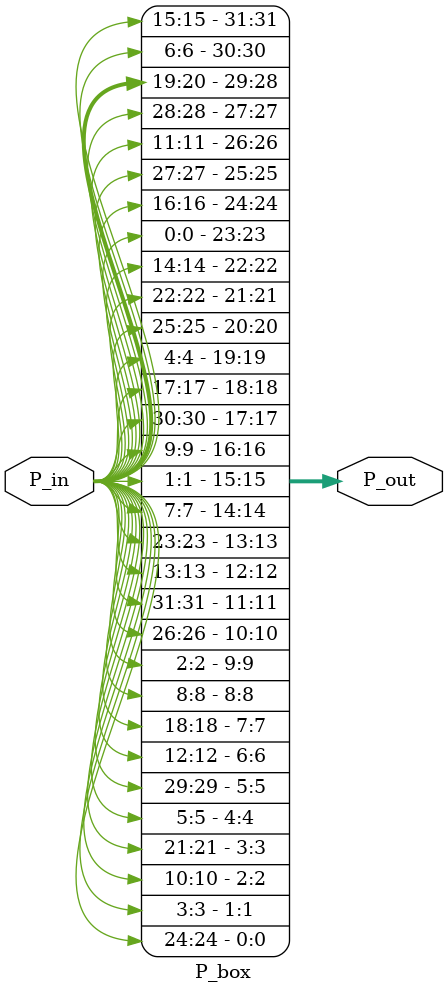
<source format=v>
`timescale 1ns / 1ps

module P_box(
    input [0:31] P_in,
    output [0:31] P_out
    );
assign P_out[0] = P_in[15];
assign P_out[1] = P_in[6];
assign P_out[2] = P_in[19];
assign P_out[3] = P_in[20];
assign P_out[4] = P_in[28];
assign P_out[5] = P_in[11];
assign P_out[6] = P_in[27];
assign P_out[7] = P_in[16];
assign P_out[8] = P_in[0];
assign P_out[9] = P_in[14];
assign P_out[10] = P_in[22];
assign P_out[11] = P_in[25];
assign P_out[12] = P_in[4];
assign P_out[13] = P_in[17];
assign P_out[14] = P_in[30];
assign P_out[15] = P_in[9];
assign P_out[16] = P_in[1];
assign P_out[17] = P_in[7];
assign P_out[18] = P_in[23];
assign P_out[19] = P_in[13];
assign P_out[20] = P_in[31];
assign P_out[21] = P_in[26];
assign P_out[22] = P_in[2];
assign P_out[23] = P_in[8];
assign P_out[24] = P_in[18];
assign P_out[25] = P_in[12];
assign P_out[26] = P_in[29];
assign P_out[27] = P_in[5];
assign P_out[28] = P_in[21];
assign P_out[29] = P_in[10];
assign P_out[30] = P_in[3];
assign P_out[31] = P_in[24];
endmodule

</source>
